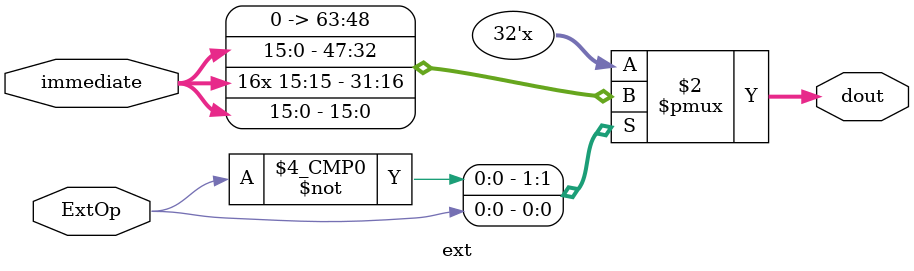
<source format=v>
`timescale 1ns / 1ps

module ext(
    input [15:0] immediate,
    input ExtOp,
    output reg [31:0] dout
    );
    
    always @ ( * )
    begin
        case (ExtOp)
            0 : dout = {16'b0 , immediate};
            1 : dout = {{16{immediate[15]}}, immediate};
        endcase
    end
    
endmodule

</source>
